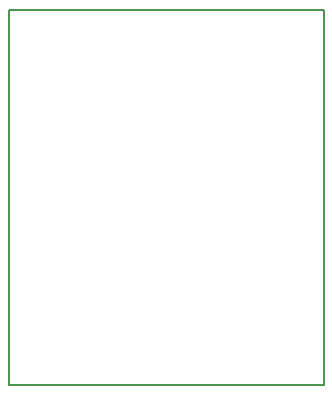
<source format=gm1>
G04 #@! TF.FileFunction,Profile,NP*
%FSLAX46Y46*%
G04 Gerber Fmt 4.6, Leading zero omitted, Abs format (unit mm)*
G04 Created by KiCad (PCBNEW 4.0.2-stable) date Friday, 27 May 2016 'pmt' 12:53:24*
%MOMM*%
G01*
G04 APERTURE LIST*
%ADD10C,0.100000*%
%ADD11C,0.150000*%
G04 APERTURE END LIST*
D10*
D11*
X153670000Y-93980000D02*
X153670000Y-125730000D01*
X180340000Y-125730000D02*
X153670000Y-125730000D01*
X180340000Y-93980000D02*
X180340000Y-125730000D01*
X153670000Y-93980000D02*
X180340000Y-93980000D01*
M02*

</source>
